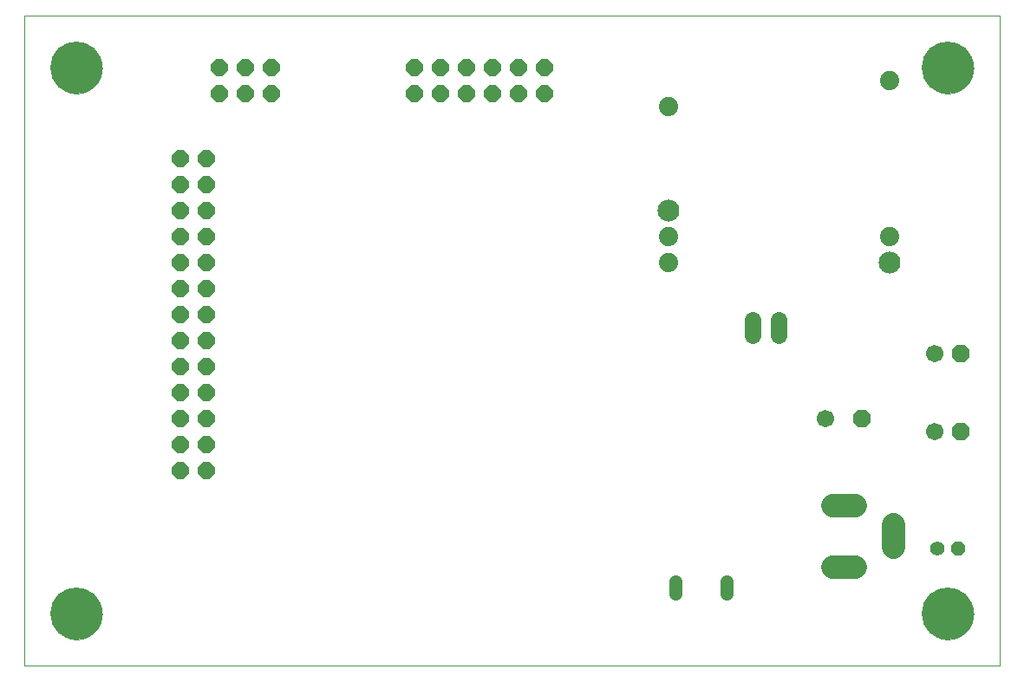
<source format=gbs>
G75*
%MOIN*%
%OFA0B0*%
%FSLAX25Y25*%
%IPPOS*%
%LPD*%
%AMOC8*
5,1,8,0,0,1.08239X$1,22.5*
%
%ADD10C,0.00000*%
%ADD11C,0.20000*%
%ADD12OC8,0.06700*%
%ADD13C,0.06700*%
%ADD14OC8,0.05600*%
%ADD15C,0.05600*%
%ADD16C,0.09000*%
%ADD17C,0.05156*%
%ADD18C,0.07400*%
%ADD19C,0.08400*%
%ADD20C,0.06400*%
%ADD21OC8,0.06400*%
D10*
X0011528Y0028933D02*
X0011528Y0278933D01*
X0386528Y0278933D01*
X0386528Y0028933D01*
X0011528Y0028933D01*
X0021728Y0048933D02*
X0021731Y0049174D01*
X0021740Y0049414D01*
X0021755Y0049654D01*
X0021775Y0049894D01*
X0021802Y0050133D01*
X0021834Y0050371D01*
X0021872Y0050608D01*
X0021916Y0050845D01*
X0021966Y0051080D01*
X0022022Y0051314D01*
X0022083Y0051547D01*
X0022150Y0051778D01*
X0022223Y0052007D01*
X0022301Y0052235D01*
X0022385Y0052460D01*
X0022474Y0052683D01*
X0022569Y0052904D01*
X0022669Y0053123D01*
X0022774Y0053339D01*
X0022885Y0053553D01*
X0023001Y0053763D01*
X0023122Y0053971D01*
X0023248Y0054176D01*
X0023380Y0054378D01*
X0023516Y0054576D01*
X0023657Y0054771D01*
X0023802Y0054962D01*
X0023952Y0055150D01*
X0024107Y0055334D01*
X0024267Y0055514D01*
X0024430Y0055690D01*
X0024598Y0055863D01*
X0024771Y0056031D01*
X0024947Y0056194D01*
X0025127Y0056354D01*
X0025311Y0056509D01*
X0025499Y0056659D01*
X0025690Y0056804D01*
X0025885Y0056945D01*
X0026083Y0057081D01*
X0026285Y0057213D01*
X0026490Y0057339D01*
X0026698Y0057460D01*
X0026908Y0057576D01*
X0027122Y0057687D01*
X0027338Y0057792D01*
X0027557Y0057892D01*
X0027778Y0057987D01*
X0028001Y0058076D01*
X0028226Y0058160D01*
X0028454Y0058238D01*
X0028683Y0058311D01*
X0028914Y0058378D01*
X0029147Y0058439D01*
X0029381Y0058495D01*
X0029616Y0058545D01*
X0029853Y0058589D01*
X0030090Y0058627D01*
X0030328Y0058659D01*
X0030567Y0058686D01*
X0030807Y0058706D01*
X0031047Y0058721D01*
X0031287Y0058730D01*
X0031528Y0058733D01*
X0031769Y0058730D01*
X0032009Y0058721D01*
X0032249Y0058706D01*
X0032489Y0058686D01*
X0032728Y0058659D01*
X0032966Y0058627D01*
X0033203Y0058589D01*
X0033440Y0058545D01*
X0033675Y0058495D01*
X0033909Y0058439D01*
X0034142Y0058378D01*
X0034373Y0058311D01*
X0034602Y0058238D01*
X0034830Y0058160D01*
X0035055Y0058076D01*
X0035278Y0057987D01*
X0035499Y0057892D01*
X0035718Y0057792D01*
X0035934Y0057687D01*
X0036148Y0057576D01*
X0036358Y0057460D01*
X0036566Y0057339D01*
X0036771Y0057213D01*
X0036973Y0057081D01*
X0037171Y0056945D01*
X0037366Y0056804D01*
X0037557Y0056659D01*
X0037745Y0056509D01*
X0037929Y0056354D01*
X0038109Y0056194D01*
X0038285Y0056031D01*
X0038458Y0055863D01*
X0038626Y0055690D01*
X0038789Y0055514D01*
X0038949Y0055334D01*
X0039104Y0055150D01*
X0039254Y0054962D01*
X0039399Y0054771D01*
X0039540Y0054576D01*
X0039676Y0054378D01*
X0039808Y0054176D01*
X0039934Y0053971D01*
X0040055Y0053763D01*
X0040171Y0053553D01*
X0040282Y0053339D01*
X0040387Y0053123D01*
X0040487Y0052904D01*
X0040582Y0052683D01*
X0040671Y0052460D01*
X0040755Y0052235D01*
X0040833Y0052007D01*
X0040906Y0051778D01*
X0040973Y0051547D01*
X0041034Y0051314D01*
X0041090Y0051080D01*
X0041140Y0050845D01*
X0041184Y0050608D01*
X0041222Y0050371D01*
X0041254Y0050133D01*
X0041281Y0049894D01*
X0041301Y0049654D01*
X0041316Y0049414D01*
X0041325Y0049174D01*
X0041328Y0048933D01*
X0041325Y0048692D01*
X0041316Y0048452D01*
X0041301Y0048212D01*
X0041281Y0047972D01*
X0041254Y0047733D01*
X0041222Y0047495D01*
X0041184Y0047258D01*
X0041140Y0047021D01*
X0041090Y0046786D01*
X0041034Y0046552D01*
X0040973Y0046319D01*
X0040906Y0046088D01*
X0040833Y0045859D01*
X0040755Y0045631D01*
X0040671Y0045406D01*
X0040582Y0045183D01*
X0040487Y0044962D01*
X0040387Y0044743D01*
X0040282Y0044527D01*
X0040171Y0044313D01*
X0040055Y0044103D01*
X0039934Y0043895D01*
X0039808Y0043690D01*
X0039676Y0043488D01*
X0039540Y0043290D01*
X0039399Y0043095D01*
X0039254Y0042904D01*
X0039104Y0042716D01*
X0038949Y0042532D01*
X0038789Y0042352D01*
X0038626Y0042176D01*
X0038458Y0042003D01*
X0038285Y0041835D01*
X0038109Y0041672D01*
X0037929Y0041512D01*
X0037745Y0041357D01*
X0037557Y0041207D01*
X0037366Y0041062D01*
X0037171Y0040921D01*
X0036973Y0040785D01*
X0036771Y0040653D01*
X0036566Y0040527D01*
X0036358Y0040406D01*
X0036148Y0040290D01*
X0035934Y0040179D01*
X0035718Y0040074D01*
X0035499Y0039974D01*
X0035278Y0039879D01*
X0035055Y0039790D01*
X0034830Y0039706D01*
X0034602Y0039628D01*
X0034373Y0039555D01*
X0034142Y0039488D01*
X0033909Y0039427D01*
X0033675Y0039371D01*
X0033440Y0039321D01*
X0033203Y0039277D01*
X0032966Y0039239D01*
X0032728Y0039207D01*
X0032489Y0039180D01*
X0032249Y0039160D01*
X0032009Y0039145D01*
X0031769Y0039136D01*
X0031528Y0039133D01*
X0031287Y0039136D01*
X0031047Y0039145D01*
X0030807Y0039160D01*
X0030567Y0039180D01*
X0030328Y0039207D01*
X0030090Y0039239D01*
X0029853Y0039277D01*
X0029616Y0039321D01*
X0029381Y0039371D01*
X0029147Y0039427D01*
X0028914Y0039488D01*
X0028683Y0039555D01*
X0028454Y0039628D01*
X0028226Y0039706D01*
X0028001Y0039790D01*
X0027778Y0039879D01*
X0027557Y0039974D01*
X0027338Y0040074D01*
X0027122Y0040179D01*
X0026908Y0040290D01*
X0026698Y0040406D01*
X0026490Y0040527D01*
X0026285Y0040653D01*
X0026083Y0040785D01*
X0025885Y0040921D01*
X0025690Y0041062D01*
X0025499Y0041207D01*
X0025311Y0041357D01*
X0025127Y0041512D01*
X0024947Y0041672D01*
X0024771Y0041835D01*
X0024598Y0042003D01*
X0024430Y0042176D01*
X0024267Y0042352D01*
X0024107Y0042532D01*
X0023952Y0042716D01*
X0023802Y0042904D01*
X0023657Y0043095D01*
X0023516Y0043290D01*
X0023380Y0043488D01*
X0023248Y0043690D01*
X0023122Y0043895D01*
X0023001Y0044103D01*
X0022885Y0044313D01*
X0022774Y0044527D01*
X0022669Y0044743D01*
X0022569Y0044962D01*
X0022474Y0045183D01*
X0022385Y0045406D01*
X0022301Y0045631D01*
X0022223Y0045859D01*
X0022150Y0046088D01*
X0022083Y0046319D01*
X0022022Y0046552D01*
X0021966Y0046786D01*
X0021916Y0047021D01*
X0021872Y0047258D01*
X0021834Y0047495D01*
X0021802Y0047733D01*
X0021775Y0047972D01*
X0021755Y0048212D01*
X0021740Y0048452D01*
X0021731Y0048692D01*
X0021728Y0048933D01*
X0021728Y0258933D02*
X0021731Y0259174D01*
X0021740Y0259414D01*
X0021755Y0259654D01*
X0021775Y0259894D01*
X0021802Y0260133D01*
X0021834Y0260371D01*
X0021872Y0260608D01*
X0021916Y0260845D01*
X0021966Y0261080D01*
X0022022Y0261314D01*
X0022083Y0261547D01*
X0022150Y0261778D01*
X0022223Y0262007D01*
X0022301Y0262235D01*
X0022385Y0262460D01*
X0022474Y0262683D01*
X0022569Y0262904D01*
X0022669Y0263123D01*
X0022774Y0263339D01*
X0022885Y0263553D01*
X0023001Y0263763D01*
X0023122Y0263971D01*
X0023248Y0264176D01*
X0023380Y0264378D01*
X0023516Y0264576D01*
X0023657Y0264771D01*
X0023802Y0264962D01*
X0023952Y0265150D01*
X0024107Y0265334D01*
X0024267Y0265514D01*
X0024430Y0265690D01*
X0024598Y0265863D01*
X0024771Y0266031D01*
X0024947Y0266194D01*
X0025127Y0266354D01*
X0025311Y0266509D01*
X0025499Y0266659D01*
X0025690Y0266804D01*
X0025885Y0266945D01*
X0026083Y0267081D01*
X0026285Y0267213D01*
X0026490Y0267339D01*
X0026698Y0267460D01*
X0026908Y0267576D01*
X0027122Y0267687D01*
X0027338Y0267792D01*
X0027557Y0267892D01*
X0027778Y0267987D01*
X0028001Y0268076D01*
X0028226Y0268160D01*
X0028454Y0268238D01*
X0028683Y0268311D01*
X0028914Y0268378D01*
X0029147Y0268439D01*
X0029381Y0268495D01*
X0029616Y0268545D01*
X0029853Y0268589D01*
X0030090Y0268627D01*
X0030328Y0268659D01*
X0030567Y0268686D01*
X0030807Y0268706D01*
X0031047Y0268721D01*
X0031287Y0268730D01*
X0031528Y0268733D01*
X0031769Y0268730D01*
X0032009Y0268721D01*
X0032249Y0268706D01*
X0032489Y0268686D01*
X0032728Y0268659D01*
X0032966Y0268627D01*
X0033203Y0268589D01*
X0033440Y0268545D01*
X0033675Y0268495D01*
X0033909Y0268439D01*
X0034142Y0268378D01*
X0034373Y0268311D01*
X0034602Y0268238D01*
X0034830Y0268160D01*
X0035055Y0268076D01*
X0035278Y0267987D01*
X0035499Y0267892D01*
X0035718Y0267792D01*
X0035934Y0267687D01*
X0036148Y0267576D01*
X0036358Y0267460D01*
X0036566Y0267339D01*
X0036771Y0267213D01*
X0036973Y0267081D01*
X0037171Y0266945D01*
X0037366Y0266804D01*
X0037557Y0266659D01*
X0037745Y0266509D01*
X0037929Y0266354D01*
X0038109Y0266194D01*
X0038285Y0266031D01*
X0038458Y0265863D01*
X0038626Y0265690D01*
X0038789Y0265514D01*
X0038949Y0265334D01*
X0039104Y0265150D01*
X0039254Y0264962D01*
X0039399Y0264771D01*
X0039540Y0264576D01*
X0039676Y0264378D01*
X0039808Y0264176D01*
X0039934Y0263971D01*
X0040055Y0263763D01*
X0040171Y0263553D01*
X0040282Y0263339D01*
X0040387Y0263123D01*
X0040487Y0262904D01*
X0040582Y0262683D01*
X0040671Y0262460D01*
X0040755Y0262235D01*
X0040833Y0262007D01*
X0040906Y0261778D01*
X0040973Y0261547D01*
X0041034Y0261314D01*
X0041090Y0261080D01*
X0041140Y0260845D01*
X0041184Y0260608D01*
X0041222Y0260371D01*
X0041254Y0260133D01*
X0041281Y0259894D01*
X0041301Y0259654D01*
X0041316Y0259414D01*
X0041325Y0259174D01*
X0041328Y0258933D01*
X0041325Y0258692D01*
X0041316Y0258452D01*
X0041301Y0258212D01*
X0041281Y0257972D01*
X0041254Y0257733D01*
X0041222Y0257495D01*
X0041184Y0257258D01*
X0041140Y0257021D01*
X0041090Y0256786D01*
X0041034Y0256552D01*
X0040973Y0256319D01*
X0040906Y0256088D01*
X0040833Y0255859D01*
X0040755Y0255631D01*
X0040671Y0255406D01*
X0040582Y0255183D01*
X0040487Y0254962D01*
X0040387Y0254743D01*
X0040282Y0254527D01*
X0040171Y0254313D01*
X0040055Y0254103D01*
X0039934Y0253895D01*
X0039808Y0253690D01*
X0039676Y0253488D01*
X0039540Y0253290D01*
X0039399Y0253095D01*
X0039254Y0252904D01*
X0039104Y0252716D01*
X0038949Y0252532D01*
X0038789Y0252352D01*
X0038626Y0252176D01*
X0038458Y0252003D01*
X0038285Y0251835D01*
X0038109Y0251672D01*
X0037929Y0251512D01*
X0037745Y0251357D01*
X0037557Y0251207D01*
X0037366Y0251062D01*
X0037171Y0250921D01*
X0036973Y0250785D01*
X0036771Y0250653D01*
X0036566Y0250527D01*
X0036358Y0250406D01*
X0036148Y0250290D01*
X0035934Y0250179D01*
X0035718Y0250074D01*
X0035499Y0249974D01*
X0035278Y0249879D01*
X0035055Y0249790D01*
X0034830Y0249706D01*
X0034602Y0249628D01*
X0034373Y0249555D01*
X0034142Y0249488D01*
X0033909Y0249427D01*
X0033675Y0249371D01*
X0033440Y0249321D01*
X0033203Y0249277D01*
X0032966Y0249239D01*
X0032728Y0249207D01*
X0032489Y0249180D01*
X0032249Y0249160D01*
X0032009Y0249145D01*
X0031769Y0249136D01*
X0031528Y0249133D01*
X0031287Y0249136D01*
X0031047Y0249145D01*
X0030807Y0249160D01*
X0030567Y0249180D01*
X0030328Y0249207D01*
X0030090Y0249239D01*
X0029853Y0249277D01*
X0029616Y0249321D01*
X0029381Y0249371D01*
X0029147Y0249427D01*
X0028914Y0249488D01*
X0028683Y0249555D01*
X0028454Y0249628D01*
X0028226Y0249706D01*
X0028001Y0249790D01*
X0027778Y0249879D01*
X0027557Y0249974D01*
X0027338Y0250074D01*
X0027122Y0250179D01*
X0026908Y0250290D01*
X0026698Y0250406D01*
X0026490Y0250527D01*
X0026285Y0250653D01*
X0026083Y0250785D01*
X0025885Y0250921D01*
X0025690Y0251062D01*
X0025499Y0251207D01*
X0025311Y0251357D01*
X0025127Y0251512D01*
X0024947Y0251672D01*
X0024771Y0251835D01*
X0024598Y0252003D01*
X0024430Y0252176D01*
X0024267Y0252352D01*
X0024107Y0252532D01*
X0023952Y0252716D01*
X0023802Y0252904D01*
X0023657Y0253095D01*
X0023516Y0253290D01*
X0023380Y0253488D01*
X0023248Y0253690D01*
X0023122Y0253895D01*
X0023001Y0254103D01*
X0022885Y0254313D01*
X0022774Y0254527D01*
X0022669Y0254743D01*
X0022569Y0254962D01*
X0022474Y0255183D01*
X0022385Y0255406D01*
X0022301Y0255631D01*
X0022223Y0255859D01*
X0022150Y0256088D01*
X0022083Y0256319D01*
X0022022Y0256552D01*
X0021966Y0256786D01*
X0021916Y0257021D01*
X0021872Y0257258D01*
X0021834Y0257495D01*
X0021802Y0257733D01*
X0021775Y0257972D01*
X0021755Y0258212D01*
X0021740Y0258452D01*
X0021731Y0258692D01*
X0021728Y0258933D01*
X0356728Y0258933D02*
X0356731Y0259174D01*
X0356740Y0259414D01*
X0356755Y0259654D01*
X0356775Y0259894D01*
X0356802Y0260133D01*
X0356834Y0260371D01*
X0356872Y0260608D01*
X0356916Y0260845D01*
X0356966Y0261080D01*
X0357022Y0261314D01*
X0357083Y0261547D01*
X0357150Y0261778D01*
X0357223Y0262007D01*
X0357301Y0262235D01*
X0357385Y0262460D01*
X0357474Y0262683D01*
X0357569Y0262904D01*
X0357669Y0263123D01*
X0357774Y0263339D01*
X0357885Y0263553D01*
X0358001Y0263763D01*
X0358122Y0263971D01*
X0358248Y0264176D01*
X0358380Y0264378D01*
X0358516Y0264576D01*
X0358657Y0264771D01*
X0358802Y0264962D01*
X0358952Y0265150D01*
X0359107Y0265334D01*
X0359267Y0265514D01*
X0359430Y0265690D01*
X0359598Y0265863D01*
X0359771Y0266031D01*
X0359947Y0266194D01*
X0360127Y0266354D01*
X0360311Y0266509D01*
X0360499Y0266659D01*
X0360690Y0266804D01*
X0360885Y0266945D01*
X0361083Y0267081D01*
X0361285Y0267213D01*
X0361490Y0267339D01*
X0361698Y0267460D01*
X0361908Y0267576D01*
X0362122Y0267687D01*
X0362338Y0267792D01*
X0362557Y0267892D01*
X0362778Y0267987D01*
X0363001Y0268076D01*
X0363226Y0268160D01*
X0363454Y0268238D01*
X0363683Y0268311D01*
X0363914Y0268378D01*
X0364147Y0268439D01*
X0364381Y0268495D01*
X0364616Y0268545D01*
X0364853Y0268589D01*
X0365090Y0268627D01*
X0365328Y0268659D01*
X0365567Y0268686D01*
X0365807Y0268706D01*
X0366047Y0268721D01*
X0366287Y0268730D01*
X0366528Y0268733D01*
X0366769Y0268730D01*
X0367009Y0268721D01*
X0367249Y0268706D01*
X0367489Y0268686D01*
X0367728Y0268659D01*
X0367966Y0268627D01*
X0368203Y0268589D01*
X0368440Y0268545D01*
X0368675Y0268495D01*
X0368909Y0268439D01*
X0369142Y0268378D01*
X0369373Y0268311D01*
X0369602Y0268238D01*
X0369830Y0268160D01*
X0370055Y0268076D01*
X0370278Y0267987D01*
X0370499Y0267892D01*
X0370718Y0267792D01*
X0370934Y0267687D01*
X0371148Y0267576D01*
X0371358Y0267460D01*
X0371566Y0267339D01*
X0371771Y0267213D01*
X0371973Y0267081D01*
X0372171Y0266945D01*
X0372366Y0266804D01*
X0372557Y0266659D01*
X0372745Y0266509D01*
X0372929Y0266354D01*
X0373109Y0266194D01*
X0373285Y0266031D01*
X0373458Y0265863D01*
X0373626Y0265690D01*
X0373789Y0265514D01*
X0373949Y0265334D01*
X0374104Y0265150D01*
X0374254Y0264962D01*
X0374399Y0264771D01*
X0374540Y0264576D01*
X0374676Y0264378D01*
X0374808Y0264176D01*
X0374934Y0263971D01*
X0375055Y0263763D01*
X0375171Y0263553D01*
X0375282Y0263339D01*
X0375387Y0263123D01*
X0375487Y0262904D01*
X0375582Y0262683D01*
X0375671Y0262460D01*
X0375755Y0262235D01*
X0375833Y0262007D01*
X0375906Y0261778D01*
X0375973Y0261547D01*
X0376034Y0261314D01*
X0376090Y0261080D01*
X0376140Y0260845D01*
X0376184Y0260608D01*
X0376222Y0260371D01*
X0376254Y0260133D01*
X0376281Y0259894D01*
X0376301Y0259654D01*
X0376316Y0259414D01*
X0376325Y0259174D01*
X0376328Y0258933D01*
X0376325Y0258692D01*
X0376316Y0258452D01*
X0376301Y0258212D01*
X0376281Y0257972D01*
X0376254Y0257733D01*
X0376222Y0257495D01*
X0376184Y0257258D01*
X0376140Y0257021D01*
X0376090Y0256786D01*
X0376034Y0256552D01*
X0375973Y0256319D01*
X0375906Y0256088D01*
X0375833Y0255859D01*
X0375755Y0255631D01*
X0375671Y0255406D01*
X0375582Y0255183D01*
X0375487Y0254962D01*
X0375387Y0254743D01*
X0375282Y0254527D01*
X0375171Y0254313D01*
X0375055Y0254103D01*
X0374934Y0253895D01*
X0374808Y0253690D01*
X0374676Y0253488D01*
X0374540Y0253290D01*
X0374399Y0253095D01*
X0374254Y0252904D01*
X0374104Y0252716D01*
X0373949Y0252532D01*
X0373789Y0252352D01*
X0373626Y0252176D01*
X0373458Y0252003D01*
X0373285Y0251835D01*
X0373109Y0251672D01*
X0372929Y0251512D01*
X0372745Y0251357D01*
X0372557Y0251207D01*
X0372366Y0251062D01*
X0372171Y0250921D01*
X0371973Y0250785D01*
X0371771Y0250653D01*
X0371566Y0250527D01*
X0371358Y0250406D01*
X0371148Y0250290D01*
X0370934Y0250179D01*
X0370718Y0250074D01*
X0370499Y0249974D01*
X0370278Y0249879D01*
X0370055Y0249790D01*
X0369830Y0249706D01*
X0369602Y0249628D01*
X0369373Y0249555D01*
X0369142Y0249488D01*
X0368909Y0249427D01*
X0368675Y0249371D01*
X0368440Y0249321D01*
X0368203Y0249277D01*
X0367966Y0249239D01*
X0367728Y0249207D01*
X0367489Y0249180D01*
X0367249Y0249160D01*
X0367009Y0249145D01*
X0366769Y0249136D01*
X0366528Y0249133D01*
X0366287Y0249136D01*
X0366047Y0249145D01*
X0365807Y0249160D01*
X0365567Y0249180D01*
X0365328Y0249207D01*
X0365090Y0249239D01*
X0364853Y0249277D01*
X0364616Y0249321D01*
X0364381Y0249371D01*
X0364147Y0249427D01*
X0363914Y0249488D01*
X0363683Y0249555D01*
X0363454Y0249628D01*
X0363226Y0249706D01*
X0363001Y0249790D01*
X0362778Y0249879D01*
X0362557Y0249974D01*
X0362338Y0250074D01*
X0362122Y0250179D01*
X0361908Y0250290D01*
X0361698Y0250406D01*
X0361490Y0250527D01*
X0361285Y0250653D01*
X0361083Y0250785D01*
X0360885Y0250921D01*
X0360690Y0251062D01*
X0360499Y0251207D01*
X0360311Y0251357D01*
X0360127Y0251512D01*
X0359947Y0251672D01*
X0359771Y0251835D01*
X0359598Y0252003D01*
X0359430Y0252176D01*
X0359267Y0252352D01*
X0359107Y0252532D01*
X0358952Y0252716D01*
X0358802Y0252904D01*
X0358657Y0253095D01*
X0358516Y0253290D01*
X0358380Y0253488D01*
X0358248Y0253690D01*
X0358122Y0253895D01*
X0358001Y0254103D01*
X0357885Y0254313D01*
X0357774Y0254527D01*
X0357669Y0254743D01*
X0357569Y0254962D01*
X0357474Y0255183D01*
X0357385Y0255406D01*
X0357301Y0255631D01*
X0357223Y0255859D01*
X0357150Y0256088D01*
X0357083Y0256319D01*
X0357022Y0256552D01*
X0356966Y0256786D01*
X0356916Y0257021D01*
X0356872Y0257258D01*
X0356834Y0257495D01*
X0356802Y0257733D01*
X0356775Y0257972D01*
X0356755Y0258212D01*
X0356740Y0258452D01*
X0356731Y0258692D01*
X0356728Y0258933D01*
X0356728Y0048933D02*
X0356731Y0049174D01*
X0356740Y0049414D01*
X0356755Y0049654D01*
X0356775Y0049894D01*
X0356802Y0050133D01*
X0356834Y0050371D01*
X0356872Y0050608D01*
X0356916Y0050845D01*
X0356966Y0051080D01*
X0357022Y0051314D01*
X0357083Y0051547D01*
X0357150Y0051778D01*
X0357223Y0052007D01*
X0357301Y0052235D01*
X0357385Y0052460D01*
X0357474Y0052683D01*
X0357569Y0052904D01*
X0357669Y0053123D01*
X0357774Y0053339D01*
X0357885Y0053553D01*
X0358001Y0053763D01*
X0358122Y0053971D01*
X0358248Y0054176D01*
X0358380Y0054378D01*
X0358516Y0054576D01*
X0358657Y0054771D01*
X0358802Y0054962D01*
X0358952Y0055150D01*
X0359107Y0055334D01*
X0359267Y0055514D01*
X0359430Y0055690D01*
X0359598Y0055863D01*
X0359771Y0056031D01*
X0359947Y0056194D01*
X0360127Y0056354D01*
X0360311Y0056509D01*
X0360499Y0056659D01*
X0360690Y0056804D01*
X0360885Y0056945D01*
X0361083Y0057081D01*
X0361285Y0057213D01*
X0361490Y0057339D01*
X0361698Y0057460D01*
X0361908Y0057576D01*
X0362122Y0057687D01*
X0362338Y0057792D01*
X0362557Y0057892D01*
X0362778Y0057987D01*
X0363001Y0058076D01*
X0363226Y0058160D01*
X0363454Y0058238D01*
X0363683Y0058311D01*
X0363914Y0058378D01*
X0364147Y0058439D01*
X0364381Y0058495D01*
X0364616Y0058545D01*
X0364853Y0058589D01*
X0365090Y0058627D01*
X0365328Y0058659D01*
X0365567Y0058686D01*
X0365807Y0058706D01*
X0366047Y0058721D01*
X0366287Y0058730D01*
X0366528Y0058733D01*
X0366769Y0058730D01*
X0367009Y0058721D01*
X0367249Y0058706D01*
X0367489Y0058686D01*
X0367728Y0058659D01*
X0367966Y0058627D01*
X0368203Y0058589D01*
X0368440Y0058545D01*
X0368675Y0058495D01*
X0368909Y0058439D01*
X0369142Y0058378D01*
X0369373Y0058311D01*
X0369602Y0058238D01*
X0369830Y0058160D01*
X0370055Y0058076D01*
X0370278Y0057987D01*
X0370499Y0057892D01*
X0370718Y0057792D01*
X0370934Y0057687D01*
X0371148Y0057576D01*
X0371358Y0057460D01*
X0371566Y0057339D01*
X0371771Y0057213D01*
X0371973Y0057081D01*
X0372171Y0056945D01*
X0372366Y0056804D01*
X0372557Y0056659D01*
X0372745Y0056509D01*
X0372929Y0056354D01*
X0373109Y0056194D01*
X0373285Y0056031D01*
X0373458Y0055863D01*
X0373626Y0055690D01*
X0373789Y0055514D01*
X0373949Y0055334D01*
X0374104Y0055150D01*
X0374254Y0054962D01*
X0374399Y0054771D01*
X0374540Y0054576D01*
X0374676Y0054378D01*
X0374808Y0054176D01*
X0374934Y0053971D01*
X0375055Y0053763D01*
X0375171Y0053553D01*
X0375282Y0053339D01*
X0375387Y0053123D01*
X0375487Y0052904D01*
X0375582Y0052683D01*
X0375671Y0052460D01*
X0375755Y0052235D01*
X0375833Y0052007D01*
X0375906Y0051778D01*
X0375973Y0051547D01*
X0376034Y0051314D01*
X0376090Y0051080D01*
X0376140Y0050845D01*
X0376184Y0050608D01*
X0376222Y0050371D01*
X0376254Y0050133D01*
X0376281Y0049894D01*
X0376301Y0049654D01*
X0376316Y0049414D01*
X0376325Y0049174D01*
X0376328Y0048933D01*
X0376325Y0048692D01*
X0376316Y0048452D01*
X0376301Y0048212D01*
X0376281Y0047972D01*
X0376254Y0047733D01*
X0376222Y0047495D01*
X0376184Y0047258D01*
X0376140Y0047021D01*
X0376090Y0046786D01*
X0376034Y0046552D01*
X0375973Y0046319D01*
X0375906Y0046088D01*
X0375833Y0045859D01*
X0375755Y0045631D01*
X0375671Y0045406D01*
X0375582Y0045183D01*
X0375487Y0044962D01*
X0375387Y0044743D01*
X0375282Y0044527D01*
X0375171Y0044313D01*
X0375055Y0044103D01*
X0374934Y0043895D01*
X0374808Y0043690D01*
X0374676Y0043488D01*
X0374540Y0043290D01*
X0374399Y0043095D01*
X0374254Y0042904D01*
X0374104Y0042716D01*
X0373949Y0042532D01*
X0373789Y0042352D01*
X0373626Y0042176D01*
X0373458Y0042003D01*
X0373285Y0041835D01*
X0373109Y0041672D01*
X0372929Y0041512D01*
X0372745Y0041357D01*
X0372557Y0041207D01*
X0372366Y0041062D01*
X0372171Y0040921D01*
X0371973Y0040785D01*
X0371771Y0040653D01*
X0371566Y0040527D01*
X0371358Y0040406D01*
X0371148Y0040290D01*
X0370934Y0040179D01*
X0370718Y0040074D01*
X0370499Y0039974D01*
X0370278Y0039879D01*
X0370055Y0039790D01*
X0369830Y0039706D01*
X0369602Y0039628D01*
X0369373Y0039555D01*
X0369142Y0039488D01*
X0368909Y0039427D01*
X0368675Y0039371D01*
X0368440Y0039321D01*
X0368203Y0039277D01*
X0367966Y0039239D01*
X0367728Y0039207D01*
X0367489Y0039180D01*
X0367249Y0039160D01*
X0367009Y0039145D01*
X0366769Y0039136D01*
X0366528Y0039133D01*
X0366287Y0039136D01*
X0366047Y0039145D01*
X0365807Y0039160D01*
X0365567Y0039180D01*
X0365328Y0039207D01*
X0365090Y0039239D01*
X0364853Y0039277D01*
X0364616Y0039321D01*
X0364381Y0039371D01*
X0364147Y0039427D01*
X0363914Y0039488D01*
X0363683Y0039555D01*
X0363454Y0039628D01*
X0363226Y0039706D01*
X0363001Y0039790D01*
X0362778Y0039879D01*
X0362557Y0039974D01*
X0362338Y0040074D01*
X0362122Y0040179D01*
X0361908Y0040290D01*
X0361698Y0040406D01*
X0361490Y0040527D01*
X0361285Y0040653D01*
X0361083Y0040785D01*
X0360885Y0040921D01*
X0360690Y0041062D01*
X0360499Y0041207D01*
X0360311Y0041357D01*
X0360127Y0041512D01*
X0359947Y0041672D01*
X0359771Y0041835D01*
X0359598Y0042003D01*
X0359430Y0042176D01*
X0359267Y0042352D01*
X0359107Y0042532D01*
X0358952Y0042716D01*
X0358802Y0042904D01*
X0358657Y0043095D01*
X0358516Y0043290D01*
X0358380Y0043488D01*
X0358248Y0043690D01*
X0358122Y0043895D01*
X0358001Y0044103D01*
X0357885Y0044313D01*
X0357774Y0044527D01*
X0357669Y0044743D01*
X0357569Y0044962D01*
X0357474Y0045183D01*
X0357385Y0045406D01*
X0357301Y0045631D01*
X0357223Y0045859D01*
X0357150Y0046088D01*
X0357083Y0046319D01*
X0357022Y0046552D01*
X0356966Y0046786D01*
X0356916Y0047021D01*
X0356872Y0047258D01*
X0356834Y0047495D01*
X0356802Y0047733D01*
X0356775Y0047972D01*
X0356755Y0048212D01*
X0356740Y0048452D01*
X0356731Y0048692D01*
X0356728Y0048933D01*
D11*
X0366528Y0048933D03*
X0366528Y0258933D03*
X0031528Y0258933D03*
X0031528Y0048933D03*
D12*
X0333528Y0123933D03*
X0371528Y0118933D03*
X0371528Y0148933D03*
D13*
X0361528Y0148933D03*
X0319528Y0123933D03*
X0361528Y0118933D03*
D14*
X0370528Y0073933D03*
D15*
X0362528Y0073933D03*
D16*
X0345426Y0074633D02*
X0345426Y0083233D01*
X0330828Y0090744D02*
X0322228Y0090744D01*
X0322228Y0067122D02*
X0330828Y0067122D01*
D17*
X0281371Y0061311D02*
X0281371Y0056555D01*
X0261686Y0056555D02*
X0261686Y0061311D01*
D18*
X0259028Y0183933D03*
X0259028Y0193933D03*
X0259028Y0243933D03*
X0344028Y0253933D03*
X0344028Y0193933D03*
D19*
X0344028Y0183933D03*
X0259028Y0203933D03*
D20*
X0291528Y0161933D02*
X0291528Y0155933D01*
X0301528Y0155933D02*
X0301528Y0161933D01*
D21*
X0211528Y0248933D03*
X0201528Y0248933D03*
X0191528Y0248933D03*
X0181528Y0248933D03*
X0171528Y0248933D03*
X0161528Y0248933D03*
X0161528Y0258933D03*
X0171528Y0258933D03*
X0181528Y0258933D03*
X0191528Y0258933D03*
X0201528Y0258933D03*
X0211528Y0258933D03*
X0106528Y0258933D03*
X0096528Y0258933D03*
X0086528Y0258933D03*
X0086528Y0248933D03*
X0096528Y0248933D03*
X0106528Y0248933D03*
X0081528Y0223933D03*
X0071528Y0223933D03*
X0071528Y0213933D03*
X0081528Y0213933D03*
X0081528Y0203933D03*
X0071528Y0203933D03*
X0071528Y0193933D03*
X0081528Y0193933D03*
X0081528Y0183933D03*
X0071528Y0183933D03*
X0071528Y0173933D03*
X0081528Y0173933D03*
X0081528Y0163933D03*
X0071528Y0163933D03*
X0071528Y0153933D03*
X0081528Y0153933D03*
X0081528Y0143933D03*
X0071528Y0143933D03*
X0071528Y0133933D03*
X0081528Y0133933D03*
X0081528Y0123933D03*
X0071528Y0123933D03*
X0071528Y0113933D03*
X0081528Y0113933D03*
X0081528Y0103933D03*
X0071528Y0103933D03*
M02*

</source>
